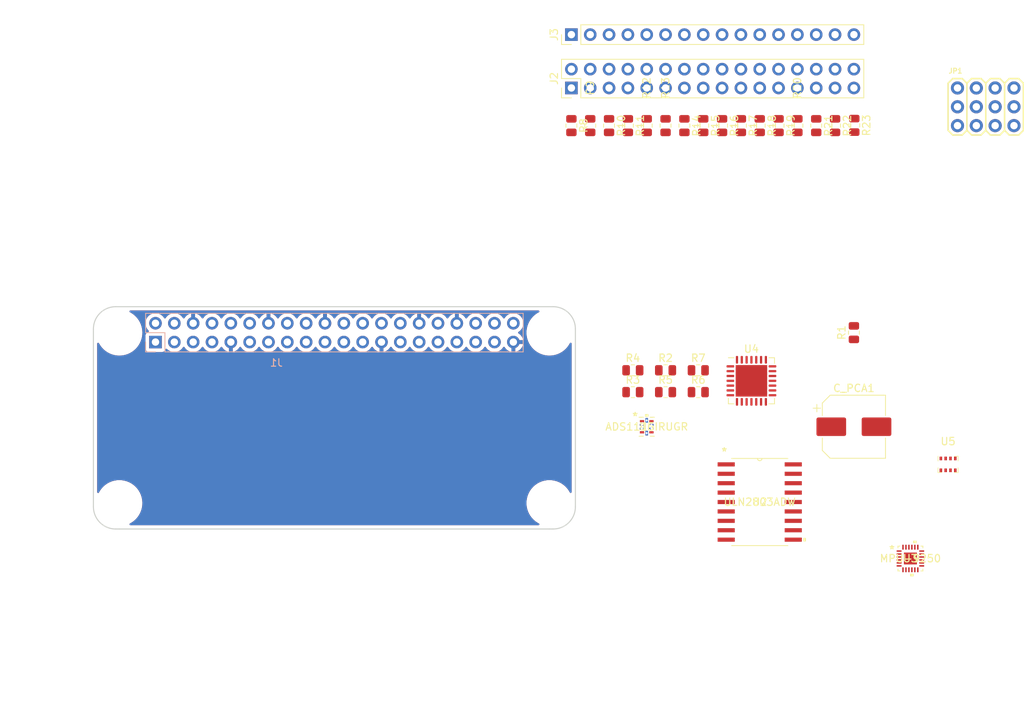
<source format=kicad_pcb>
(kicad_pcb (version 20211014) (generator pcbnew)
  (title_block (title "ArduPi") (date "2022-05-31") (rev "0.1") (comment 1 "This is based of OPAL reference design"))
  (layers (0 "F.Cu" signal) (31 "B.Cu" signal) (34 "B.Paste" user) (35 "F.Paste" user) (36 "B.SilkS" user "B.Silkscreen") (37 "F.SilkS" user "F.Silkscreen") (38 "B.Mask" user) (39 "F.Mask" user) (44 "Edge.Cuts" user))
  (net 0 "")
  (net 1 "+3V3")
  (net 2 "+5V")
  (net 3 "GND")
  (net 4 "/GPIO4_GPIO_GCLK")
  (net 5 "/GPIO14_TXD0")
  (net 6 "/GPIO15_RXD0")
  (net 7 "/GPIO17_GEN0")
  (net 8 "/GPIO18_GEN1")
  (net 9 "/GPIO27_GEN2")
  (net 10 "/GPIO22_GEN3")
  (net 11 "/GPIO23_GEN4")
  (net 12 "/GPIO24_GEN5")
  (net 13 "/GPIO10_SPI_MOSI")
  (net 14 "/GPIO9_SPI_MISO")
  (net 15 "/GPIO25_GEN6")
  (net 16 "/GPIO11_SPI_SCLK")
  (net 17 "/GPIO8_SPI_CE0_N")
  (net 18 "/GPIO7_SPI_CE1_N")
  (net 19 "/ID_SD")
  (net 20 "/ID_SC")
  (net 21 "/GPIO5")
  (net 22 "/GPIO6")
  (net 23 "/GPIO12")
  (net 24 "/GPIO13")
  (net 25 "/GPIO19")
  (net 26 "/GPIO16")
  (net 27 "/GPIO26")
  (net 28 "/GPIO20")
  (net 29 "/GPIO21")
  (net 48 "Net-(U3-Pad1)")
  (net 55 "Net-(U3-Pad18)")
  (net 61 "Net-(U4-Pad1)")
  (net 77 "/SDA1")
  (net 78 "/SCL1")
  (net 79 "/PWM1")
  (net 80 "Net-(U4-Pad3)")
  (net 81 "/PWM2")
  (net 82 "Net-(U4-Pad4)")
  (net 83 "/PWM3")
  (net 84 "Net-(U4-Pad5)")
  (net 85 "/PWM4")
  (net 86 "Net-(U4-Pad6)")
  (net 87 "/PWM5")
  (net 88 "Net-(U4-Pad7)")
  (net 89 "/PWM6")
  (net 90 "Net-(U4-Pad8)")
  (net 91 "/PWM7")
  (net 92 "Net-(U4-Pad9)")
  (net 93 "/PWM8")
  (net 94 "Net-(U4-Pad10)")
  (net 95 "/PWM9")
  (net 96 "Net-(U4-Pad12)")
  (net 97 "/PWM10")
  (net 98 "Net-(U4-Pad13)")
  (net 99 "/PWM11")
  (net 100 "Net-(U4-Pad14)")
  (net 101 "/PWM12")
  (net 102 "Net-(U4-Pad15)")
  (net 103 "/PWM13")
  (net 104 "Net-(U4-Pad16)")
  (net 105 "/PWM14")
  (net 106 "Net-(U4-Pad17)")
  (net 107 "/PWM15")
  (net 108 "Net-(U4-Pad18)")
  (net 109 "/PWM16")
  (net 110 "Net-(U4-Pad19)")
  (net 111 "Net-(R1-Pad1)")
  (net 112 "Net-(R2-Pad1)")
  (net 113 "Net-(R3-Pad1)")
  (net 114 "Net-(R4-Pad1)")
  (net 115 "Net-(R6-Pad1)")
  (net 116 "Net-(R7-Pad1)")
  (net 117 "/+V_SRVO")
  (net 118 "Net-(J3-Pad1)")
  (net 119 "Net-(J2-Pad15)")
  (footprint "lib:MountingHole_2.7mm_M2.5_uHAT_RPi" (layer "F.Cu") (at 121.032 94.568)
    (fp_text reference "H1" hide)
    (fp_text value "MountingHole" hide)
    (pad "" np_thru_hole circle locked (at 0 0) (size 2.7 2.7) (drill 2.7) (layers *.Cu *.Mask) (clearance 1.75))
  )
  (footprint "lib:MountingHole_2.7mm_M2.5_uHAT_RPi" (layer "F.Cu") (at 179.032 94.568)
    (fp_text reference "H2" hide)
    (fp_text value "MountingHole" hide)
    (pad "" np_thru_hole circle locked (at 0 0) (size 2.7 2.7) (drill 2.7) (layers *.Cu *.Mask) (clearance 1.75))
  )
  (footprint "lib:MountingHole_2.7mm_M2.5_uHAT_RPi" (layer "F.Cu") (at 179.032 117.568)
    (fp_text reference "H3" hide)
    (fp_text value "MountingHole" hide)
    (pad "" np_thru_hole circle locked (at 0 0) (size 2.7 2.7) (drill 2.7) (layers *.Cu *.Mask) (clearance 1.75))
  )
  (footprint "lib:MountingHole_2.7mm_M2.5_uHAT_RPi" (layer "F.Cu") (at 121.032 117.568)
    (fp_text reference "H4" hide)
    (fp_text value "MountingHole" hide)
    (pad "" np_thru_hole circle locked (at 0 0) (size 2.7 2.7) (drill 2.7) (layers *.Cu *.Mask) (clearance 1.75))
  )
  (footprint "Resistor_SMD:R_0805_2012Metric" (layer "F.Cu") (at 189.612 66.628 -90)
    (fp_text reference "R11" (at 0 -1.65 90) (layer "F.SilkS"))
    (fp_text value "220 Ω")
    (pad "1" smd roundrect (at -0.9125 0 270) (size 1.025 1.4) (layers "F.Cu" "F.Paste" "F.Mask") (roundrect_rratio 0.243902) (net 85 "/PWM4"))
    (pad "2" smd roundrect (at 0.9125 0 270) (size 1.025 1.4) (layers "F.Cu" "F.Paste" "F.Mask") (roundrect_rratio 0.243902) (net 86 "Net-(U4-Pad6)"))
  )
  (footprint "Resistor_SMD:R_0805_2012Metric" (layer "F.Cu") (at 212.472 66.628 -90)
    (fp_text reference "R20" (at -5.08 0 90) (layer "F.SilkS"))
    (fp_text value "220 Ω")
    (pad "1" smd roundrect (at -0.9125 0 270) (size 1.025 1.4) (layers "F.Cu" "F.Paste" "F.Mask") (roundrect_rratio 0.243902) (net 103 "/PWM13"))
    (pad "2" smd roundrect (at 0.9125 0 270) (size 1.025 1.4) (layers "F.Cu" "F.Paste" "F.Mask") (roundrect_rratio 0.243902) (net 104 "Net-(U4-Pad16)"))
  )
  (footprint "mpu9250:mpu9250" (layer "F.Cu") (at 227.712 125.048)
    (fp_text reference "U3" (at 0 0) (layer "F.SilkS"))
    (fp_text value "MPU-9250" (at 0 0) (layer "F.SilkS"))
    (fp_text user "*" (at -2.4892 -1.2) (layer "F.SilkS"))
    (fp_text user "*" (at -2.4892 -1.2) (layer "F.SilkS"))
    (pad "1" smd rect locked (at -1.524 -1.000001 90) (size 0.2032 0.6604) (layers "F.Cu" "F.Paste" "F.Mask") (net 48 "Net-(U3-Pad1)"))
    (pad "2" smd rect locked (at -1.524 -0.599999 90) (size 0.2032 0.6604) (layers "F.Cu" "F.Paste" "F.Mask"))
    (pad "3" smd rect locked (at -1.524 -0.2 90) (size 0.2032 0.6604) (layers "F.Cu" "F.Paste" "F.Mask"))
    (pad "4" smd rect locked (at -1.524 0.2 90) (size 0.2032 0.6604) (layers "F.Cu" "F.Paste" "F.Mask"))
    (pad "5" smd rect locked (at -1.524 0.599999 90) (size 0.2032 0.6604) (layers "F.Cu" "F.Paste" "F.Mask"))
    (pad "6" smd rect locked (at -1.524 1.000001 90) (size 0.2032 0.6604) (layers "F.Cu" "F.Paste" "F.Mask"))
    (pad "7" smd rect locked (at -1.000001 1.524) (size 0.2032 0.6604) (layers "F.Cu" "F.Paste" "F.Mask"))
    (pad "8" smd rect locked (at -0.599999 1.524) (size 0.2032 0.6604) (layers "F.Cu" "F.Paste" "F.Mask") (net 48 "Net-(U3-Pad1)"))
    (pad "9" smd rect locked (at -0.2 1.524) (size 0.2032 0.6604) (layers "F.Cu" "F.Paste" "F.Mask"))
    (pad "10" smd rect locked (at 0.2 1.524) (size 0.2032 0.6604) (layers "F.Cu" "F.Paste" "F.Mask"))
    (pad "11" smd rect locked (at 0.599999 1.524) (size 0.2032 0.6604) (layers "F.Cu" "F.Paste" "F.Mask"))
    (pad "12" smd rect locked (at 1.000001 1.524) (size 0.2032 0.6604) (layers "F.Cu" "F.Paste" "F.Mask"))
    (pad "13" smd rect locked (at 1.524 1.000001 90) (size 0.2032 0.6604) (layers "F.Cu" "F.Paste" "F.Mask"))
    (pad "14" smd rect locked (at 1.524 0.599999 90) (size 0.2032 0.6604) (layers "F.Cu" "F.Paste" "F.Mask"))
    (pad "15" smd rect locked (at 1.524 0.2 90) (size 0.2032 0.6604) (layers "F.Cu" "F.Paste" "F.Mask"))
    (pad "16" smd rect locked (at 1.524 -0.2 90) (size 0.2032 0.6604) (layers "F.Cu" "F.Paste" "F.Mask"))
    (pad "17" smd rect locked (at 1.524 -0.599999 90) (size 0.2032 0.6604) (layers "F.Cu" "F.Paste" "F.Mask"))
    (pad "18" smd rect locked (at 1.524 -1.000001 90) (size 0.2032 0.6604) (layers "F.Cu" "F.Paste" "F.Mask") (net 55 "Net-(U3-Pad18)"))
    (pad "19" smd rect locked (at 1.000001 -1.524) (size 0.2032 0.6604) (layers "F.Cu" "F.Paste" "F.Mask"))
    (pad "20" smd rect locked (at 0.599999 -1.524) (size 0.2032 0.6604) (layers "F.Cu" "F.Paste" "F.Mask") (net 55 "Net-(U3-Pad18)"))
    (pad "21" smd rect locked (at 0.2 -1.524) (size 0.2032 0.6604) (layers "F.Cu" "F.Paste" "F.Mask"))
    (pad "22" smd rect locked (at -0.2 -1.524) (size 0.2032 0.6604) (layers "F.Cu" "F.Paste" "F.Mask"))
    (pad "23" smd rect locked (at -0.599999 -1.524) (size 0.2032 0.6604) (layers "F.Cu" "F.Paste" "F.Mask"))
    (pad "24" smd rect locked (at -1.000001 -1.524) (size 0.2032 0.6604) (layers "F.Cu" "F.Paste" "F.Mask"))
    (pad "25" smd rect locked (at 0 0) (size 1.7526 1.6002) (layers "F.Cu" "F.Paste" "F.Mask"))
  )
  (footprint "uln2803ADW:ULN2803ADW" (layer "F.Cu") (at 207.392 117.428)
    (fp_text reference "U2" (at 0 0) (layer "F.SilkS"))
    (fp_text value "ULN2803ADW" (at 0 0) (layer "F.SilkS"))
    (fp_text user "*" (at -4.7752 -6.7818) (layer "F.SilkS"))
    (fp_text user "*" (at -4.7752 -6.7818) (layer "F.SilkS"))
    (pad "1" smd rect locked (at -4.5212 -5.08) (size 2.3114 0.5588) (layers "F.Cu" "F.Paste" "F.Mask"))
    (pad "2" smd rect locked (at -4.5212 -3.81) (size 2.3114 0.5588) (layers "F.Cu" "F.Paste" "F.Mask"))
    (pad "3" smd rect locked (at -4.5212 -2.54) (size 2.3114 0.5588) (layers "F.Cu" "F.Paste" "F.Mask"))
    (pad "4" smd rect locked (at -4.5212 -1.27) (size 2.3114 0.5588) (layers "F.Cu" "F.Paste" "F.Mask"))
    (pad "5" smd rect locked (at -4.5212 0) (size 2.3114 0.5588) (layers "F.Cu" "F.Paste" "F.Mask"))
    (pad "6" smd rect locked (at -4.5212 1.27) (size 2.3114 0.5588) (layers "F.Cu" "F.Paste" "F.Mask"))
    (pad "7" smd rect locked (at -4.5212 2.54) (size 2.3114 0.5588) (layers "F.Cu" "F.Paste" "F.Mask"))
    (pad "8" smd rect locked (at -4.5212 3.81) (size 2.3114 0.5588) (layers "F.Cu" "F.Paste" "F.Mask"))
    (pad "9" smd rect locked (at -4.5212 5.08) (size 2.3114 0.5588) (layers "F.Cu" "F.Paste" "F.Mask"))
    (pad "10" smd rect locked (at 4.5212 5.08) (size 2.3114 0.5588) (layers "F.Cu" "F.Paste" "F.Mask"))
    (pad "11" smd rect locked (at 4.5212 3.81) (size 2.3114 0.5588) (layers "F.Cu" "F.Paste" "F.Mask"))
    (pad "12" smd rect locked (at 4.5212 2.54) (size 2.3114 0.5588) (layers "F.Cu" "F.Paste" "F.Mask"))
    (pad "13" smd rect locked (at 4.5212 1.27) (size 2.3114 0.5588) (layers "F.Cu" "F.Paste" "F.Mask"))
    (pad "14" smd rect locked (at 4.5212 0) (size 2.3114 0.5588) (layers "F.Cu" "F.Paste" "F.Mask"))
    (pad "15" smd rect locked (at 4.5212 -1.27) (size 2.3114 0.5588) (layers "F.Cu" "F.Paste" "F.Mask"))
    (pad "16" smd rect locked (at 4.5212 -2.54) (size 2.3114 0.5588) (layers "F.Cu" "F.Paste" "F.Mask"))
    (pad "17" smd rect locked (at 4.5212 -3.81) (size 2.3114 0.5588) (layers "F.Cu" "F.Paste" "F.Mask"))
    (pad "18" smd rect locked (at 4.5212 -5.08) (size 2.3114 0.5588) (layers "F.Cu" "F.Paste" "F.Mask"))
  )
  (footprint "Resistor_SMD:R_0805_2012Metric" (layer "F.Cu") (at 207.392 66.628 -90)
    (fp_text reference "R18" (at 0 -1.65 90) (layer "F.SilkS"))
    (fp_text value "220 Ω")
    (pad "1" smd roundrect (at -0.9125 0 270) (size 1.025 1.4) (layers "F.Cu" "F.Paste" "F.Mask") (roundrect_rratio 0.243902) (net 99 "/PWM11"))
    (pad "2" smd roundrect (at 0.9125 0 270) (size 1.025 1.4) (layers "F.Cu" "F.Paste" "F.Mask") (roundrect_rratio 0.243902) (net 100 "Net-(U4-Pad14)"))
  )
  (footprint "Resistor_SMD:R_0805_2012Metric" (layer "F.Cu") (at 187.072 66.628 -90)
    (fp_text reference "R10" (at 0 -1.65 90) (layer "F.SilkS"))
    (fp_text value "220 Ω")
    (pad "1" smd roundrect (at -0.9125 0 270) (size 1.025 1.4) (layers "F.Cu" "F.Paste" "F.Mask") (roundrect_rratio 0.243902) (net 83 "/PWM3"))
    (pad "2" smd roundrect (at 0.9125 0 270) (size 1.025 1.4) (layers "F.Cu" "F.Paste" "F.Mask") (roundrect_rratio 0.243902) (net 84 "Net-(U4-Pad5)"))
  )
  (footprint "Resistor_SMD:R_0805_2012Metric" (layer "F.Cu") (at 199.772 66.628 -90)
    (fp_text reference "R15" (at 0 -1.65 90) (layer "F.SilkS"))
    (fp_text value "220 Ω")
    (pad "1" smd roundrect (at -0.9125 0 270) (size 1.025 1.4) (layers "F.Cu" "F.Paste" "F.Mask") (roundrect_rratio 0.243902) (net 93 "/PWM8"))
    (pad "2" smd roundrect (at 0.9125 0 270) (size 1.025 1.4) (layers "F.Cu" "F.Paste" "F.Mask") (roundrect_rratio 0.243902) (net 94 "Net-(U4-Pad10)"))
  )
  (footprint "Resistor_SMD:R_0805_2012Metric" (layer "F.Cu") (at 184.532 66.628 -90)
    (fp_text reference "R9" (at -5.08 0 90) (layer "F.SilkS"))
    (fp_text value "220 Ω")
    (pad "1" smd roundrect (at -0.9125 0 270) (size 1.025 1.4) (layers "F.Cu" "F.Paste" "F.Mask") (roundrect_rratio 0.243902) (net 81 "/PWM2"))
    (pad "2" smd roundrect (at 0.9125 0 270) (size 1.025 1.4) (layers "F.Cu" "F.Paste" "F.Mask") (roundrect_rratio 0.243902) (net 82 "Net-(U4-Pad4)"))
  )
  (footprint "Adafruit PCA9685 rev C:3X04" (layer "F.Cu") (at 237.872 64.088)
    (fp_text reference "JP1" (at -5.08 -4.445) (layer "F.SilkS") (effects (font (size 0.666496 0.666496) (thickness 0.146304)) (justify left bottom)))
    (fp_text value "HEADER-3X04")
    (pad "1" thru_hole circle (at -3.81 2.54) (size 1.778 1.778) (drill 1) (layers *.Cu *.Mask) (net 79 "/PWM1"))
    (pad "2" thru_hole circle (at -3.81 0) (size 1.778 1.778) (drill 1) (layers *.Cu *.Mask) (net 117 "/+V_SRVO"))
    (pad "3" thru_hole circle (at -3.81 -2.54) (size 1.778 1.778) (drill 1) (layers *.Cu *.Mask) (net 3 "GND"))
    (pad "4" thru_hole circle (at -1.27 2.54) (size 1.778 1.778) (drill 1) (layers *.Cu *.Mask) (net 81 "/PWM2"))
    (pad "5" thru_hole circle (at -1.27 0) (size 1.778 1.778) (drill 1) (layers *.Cu *.Mask) (net 117 "/+V_SRVO"))
    (pad "6" thru_hole circle (at -1.27 -2.54) (size 1.778 1.778) (drill 1) (layers *.Cu *.Mask) (net 3 "GND"))
    (pad "7" thru_hole circle (at 1.27 2.54) (size 1.778 1.778) (drill 1) (layers *.Cu *.Mask) (net 83 "/PWM3"))
    (pad "8" thru_hole circle (at 1.27 0) (size 1.778 1.778) (drill 1) (layers *.Cu *.Mask) (net 117 "/+V_SRVO"))
    (pad "9" thru_hole circle (at 1.27 -2.54) (size 1.778 1.778) (drill 1) (layers *.Cu *.Mask) (net 3 "GND"))
    (pad "10" thru_hole circle (at 3.81 2.54) (size 1.778 1.778) (drill 1) (layers *.Cu *.Mask) (net 85 "/PWM4"))
    (pad "11" thru_hole circle (at 3.81 0) (size 1.778 1.778) (drill 1) (layers *.Cu *.Mask) (net 117 "/+V_SRVO"))
    (pad "12" thru_hole circle (at 3.81 -2.54) (size 1.778 1.778) (drill 1) (layers *.Cu *.Mask) (net 3 "GND"))
  )
  (footprint "Capacitor_SMD:CP_Elec_8x5.4" (layer "F.Cu") (at 220.092 107.268)
    (fp_text reference "C_PCA1" (at 0 -5.2) (layer "F.SilkS"))
    (fp_text value "10uF")
    (pad "1" smd roundrect (at -3.05 0) (size 4 2.5) (layers "F.Cu" "F.Paste" "F.Mask") (roundrect_rratio 0.1) (net 2 "+5V"))
    (pad "2" smd roundrect (at 3.05 0) (size 4 2.5) (layers "F.Cu" "F.Paste" "F.Mask") (roundrect_rratio 0.1) (net 3 "GND"))
  )
  (footprint "Resistor_SMD:R_0805_2012Metric" (layer "F.Cu") (at 215.012 66.628 -90)
    (fp_text reference "R21" (at 0 -1.65 90) (layer "F.SilkS"))
    (fp_text value "220 Ω")
    (pad "1" smd roundrect (at -0.9125 0 270) (size 1.025 1.4) (layers "F.Cu" "F.Paste" "F.Mask") (roundrect_rratio 0.243902) (net 105 "/PWM14"))
    (pad "2" smd roundrect (at 0.9125 0 270) (size 1.025 1.4) (layers "F.Cu" "F.Paste" "F.Mask") (roundrect_rratio 0.243902) (net 106 "Net-(U4-Pad17)"))
  )
  (footprint "Resistor_SMD:R_0805_2012Metric" (layer "F.Cu") (at 217.552 66.628 -90)
    (fp_text reference "R22" (at 0 -1.65 90) (layer "F.SilkS"))
    (fp_text value "220 Ω")
    (pad "1" smd roundrect (at -0.9125 0 270) (size 1.025 1.4) (layers "F.Cu" "F.Paste" "F.Mask") (roundrect_rratio 0.243902) (net 107 "/PWM15"))
    (pad "2" smd roundrect (at 0.9125 0 270) (size 1.025 1.4) (layers "F.Cu" "F.Paste" "F.Mask") (roundrect_rratio 0.243902) (net 108 "Net-(U4-Pad18)"))
  )
  (footprint "Resistor_SMD:R_0805_2012Metric" (layer "F.Cu") (at 204.852 66.628 -90)
    (fp_text reference "R17" (at 0 -1.65 90) (layer "F.SilkS"))
    (fp_text value "220 Ω")
    (pad "1" smd roundrect (at -0.9125 0 270) (size 1.025 1.4) (layers "F.Cu" "F.Paste" "F.Mask") (roundrect_rratio 0.243902) (net 97 "/PWM10"))
    (pad "2" smd roundrect (at 0.9125 0 270) (size 1.025 1.4) (layers "F.Cu" "F.Paste" "F.Mask") (roundrect_rratio 0.243902) (net 98 "Net-(U4-Pad13)"))
  )
  (footprint "Resistor_SMD:R_0805_2012Metric" (layer "F.Cu") (at 192.152 66.628 -90)
    (fp_text reference "R12" (at -5.08 0 90) (layer "F.SilkS"))
    (fp_text value "220 Ω")
    (pad "1" smd roundrect (at -0.9125 0 270) (size 1.025 1.4) (layers "F.Cu" "F.Paste" "F.Mask") (roundrect_rratio 0.243902) (net 87 "/PWM5"))
    (pad "2" smd roundrect (at 0.9125 0 270) (size 1.025 1.4) (layers "F.Cu" "F.Paste" "F.Mask") (roundrect_rratio 0.243902) (net 88 "Net-(U4-Pad7)"))
  )
  (footprint "Resistor_SMD:R_0805_2012Metric" (layer "F.Cu") (at 190.282 99.648)
    (fp_text reference "R4" (at 0 -1.65) (layer "F.SilkS"))
    (fp_text value "0 Ohm")
    (pad "1" smd roundrect (at -0.9125 0) (size 1.025 1.4) (layers "F.Cu" "F.Paste" "F.Mask") (roundrect_rratio 0.243902) (net 114 "Net-(R4-Pad1)"))
    (pad "2" smd roundrect (at 0.9125 0) (size 1.025 1.4) (layers "F.Cu" "F.Paste" "F.Mask") (roundrect_rratio 0.243902) (net 3 "GND"))
  )
  (footprint "Resistor_SMD:R_0805_2012Metric" (layer "F.Cu") (at 194.692 102.598)
    (fp_text reference "R5" (at 0 -1.65) (layer "F.SilkS"))
    (fp_text value "0 Ohm")
    (pad "1" smd roundrect (at -0.9125 0) (size 1.025 1.4) (layers "F.Cu" "F.Paste" "F.Mask") (roundrect_rratio 0.243902) (net 61 "Net-(U4-Pad1)"))
    (pad "2" smd roundrect (at 0.9125 0) (size 1.025 1.4) (layers "F.Cu" "F.Paste" "F.Mask") (roundrect_rratio 0.243902) (net 3 "GND"))
  )
  (footprint "Package_LGA:Bosch_LGA-8_2x2.5mm_P0.65mm_ClockwisePinNumbering" (layer "F.Cu") (at 232.792 112.348)
    (fp_text reference "U5" (at 0 -3.1) (layer "F.SilkS"))
    (fp_text value "BMP280")
    (pad "1" smd rect (at -0.975 -0.8 90) (size 0.5 0.35) (layers "F.Cu" "F.Paste" "F.Mask"))
    (pad "2" smd rect (at -0.325 -0.8 90) (size 0.5 0.35) (layers "F.Cu" "F.Paste" "F.Mask"))
    (pad "3" smd rect (at 0.325 -0.8 90) (size 0.5 0.35) (layers "F.Cu" "F.Paste" "F.Mask"))
    (pad "4" smd rect (at 0.975 -0.8 90) (size 0.5 0.35) (layers "F.Cu" "F.Paste" "F.Mask"))
    (pad "5" smd rect (at 0.975 0.8 90) (size 0.5 0.35) (layers "F.Cu" "F.Paste" "F.Mask"))
    (pad "6" smd rect (at 0.325 0.8 90) (size 0.5 0.35) (layers "F.Cu" "F.Paste" "F.Mask"))
    (pad "7" smd rect (at -0.325 0.8 90) (size 0.5 0.35) (layers "F.Cu" "F.Paste" "F.Mask"))
    (pad "8" smd rect (at -0.975 0.8 90) (size 0.5 0.35) (layers "F.Cu" "F.Paste" "F.Mask"))
  )
  (footprint "Resistor_SMD:R_0805_2012Metric" (layer "F.Cu") (at 202.312 66.628 -90)
    (fp_text reference "R16" (at 0 -1.65 90) (layer "F.SilkS"))
    (fp_text value "220 Ω")
    (pad "1" smd roundrect (at -0.9125 0 270) (size 1.025 1.4) (layers "F.Cu" "F.Paste" "F.Mask") (roundrect_rratio 0.243902) (net 95 "/PWM9"))
    (pad "2" smd roundrect (at 0.9125 0 270) (size 1.025 1.4) (layers "F.Cu" "F.Paste" "F.Mask") (roundrect_rratio 0.243902) (net 96 "Net-(U4-Pad12)"))
  )
  (footprint "Resistor_SMD:R_0805_2012Metric" (layer "F.Cu") (at 199.102 99.648)
    (fp_text reference "R7" (at 0 -1.65) (layer "F.SilkS"))
    (fp_text value "0 Ohm")
    (pad "1" smd roundrect (at -0.9125 0) (size 1.025 1.4) (layers "F.Cu" "F.Paste" "F.Mask") (roundrect_rratio 0.243902) (net 116 "Net-(R7-Pad1)"))
    (pad "2" smd roundrect (at 0.9125 0) (size 1.025 1.4) (layers "F.Cu" "F.Paste" "F.Mask") (roundrect_rratio 0.243902) (net 3 "GND"))
  )
  (footprint "Resistor_SMD:R_0805_2012Metric" (layer "F.Cu") (at 194.692 66.628 -90)
    (fp_text reference "R13" (at -5.08 0 90) (layer "F.SilkS"))
    (fp_text value "220 Ω")
    (pad "1" smd roundrect (at -0.9125 0 270) (size 1.025 1.4) (layers "F.Cu" "F.Paste" "F.Mask") (roundrect_rratio 0.243902) (net 89 "/PWM6"))
    (pad "2" smd roundrect (at 0.9125 0 270) (size 1.025 1.4) (layers "F.Cu" "F.Paste" "F.Mask") (roundrect_rratio 0.243902) (net 90 "Net-(U4-Pad8)"))
  )
  (footprint "Resistor_SMD:R_0805_2012Metric" (layer "F.Cu") (at 209.932 66.628 -90)
    (fp_text reference "R19" (at 0 -1.65 90) (layer "F.SilkS"))
    (fp_text value "220 Ω")
    (pad "1" smd roundrect (at -0.9125 0 270) (size 1.025 1.4) (layers "F.Cu" "F.Paste" "F.Mask") (roundrect_rratio 0.243902) (net 101 "/PWM12"))
    (pad "2" smd roundrect (at 0.9125 0 270) (size 1.025 1.4) (layers "F.Cu" "F.Paste" "F.Mask") (roundrect_rratio 0.243902) (net 102 "Net-(U4-Pad15)"))
  )
  (footprint "Package_DFN_QFN:QFN-28-1EP_6x6mm_P0.65mm_EP4.25x4.25mm" (layer "F.Cu") (at 206.272 101.068)
    (fp_text reference "U4" (at 0 -4.3) (layer "F.SilkS"))
    (fp_text value "PCA9685BS")
    (pad "1" smd roundrect (at -2.8375 -1.95) (size 1.025 0.3) (layers "F.Cu" "F.Paste" "F.Mask") (net 61 "Net-(U4-Pad1)"))
    (pad "2" smd roundrect (at -2.8375 -1.3) (size 1.025 0.3) (layers "F.Cu" "F.Paste" "F.Mask") (net 115 "Net-(R6-Pad1)"))
    (pad "3" smd roundrect (at -2.8375 -0.65) (size 1.025 0.3) (layers "F.Cu" "F.Paste" "F.Mask") (net 80 "Net-(U4-Pad3)"))
    (pad "4" smd roundrect (at -2.8375 0) (size 1.025 0.3) (layers "F.Cu" "F.Paste" "F.Mask") (net 82 "Net-(U4-Pad4)"))
    (pad "5" smd roundrect (at -2.8375 0.65) (size 1.025 0.3) (layers "F.Cu" "F.Paste" "F.Mask") (net 84 "Net-(U4-Pad5)"))
    (pad "6" smd roundrect (at -2.8375 1.3) (size 1.025 0.3) (layers "F.Cu" "F.Paste" "F.Mask") (net 86 "Net-(U4-Pad6)"))
    (pad "7" smd roundrect (at -2.8375 1.95) (size 1.025 0.3) (layers "F.Cu" "F.Paste" "F.Mask") (net 88 "Net-(U4-Pad7)"))
    (pad "8" smd roundrect (at -1.95 2.8375) (size 0.3 1.025) (layers "F.Cu" "F.Paste" "F.Mask") (net 90 "Net-(U4-Pad8)"))
    (pad "9" smd roundrect (at -1.3 2.8375) (size 0.3 1.025) (layers "F.Cu" "F.Paste" "F.Mask") (net 92 "Net-(U4-Pad9)"))
    (pad "10" smd roundrect (at -0.65 2.8375) (size 0.3 1.025) (layers "F.Cu" "F.Paste" "F.Mask") (net 94 "Net-(U4-Pad10)"))
    (pad "11" smd roundrect (at 0 2.8375) (size 0.3 1.025) (layers "F.Cu" "F.Paste" "F.Mask"))
    (pad "12" smd roundrect (at 0.65 2.8375) (size 0.3 1.025) (layers "F.Cu" "F.Paste" "F.Mask") (net 96 "Net-(U4-Pad12)"))
    (pad "13" smd roundrect (at 1.3 2.8375) (size 0.3 1.025) (layers "F.Cu" "F.Paste" "F.Mask") (net 98 "Net-(U4-Pad13)"))
    (pad "14" smd roundrect (at 1.95 2.8375) (size 0.3 1.025) (layers "F.Cu" "F.Paste" "F.Mask") (net 100 "Net-(U4-Pad14)"))
    (pad "15" smd roundrect (at 2.8375 1.95) (size 1.025 0.3) (layers "F.Cu" "F.Paste" "F.Mask") (net 102 "Net-(U4-Pad15)"))
    (pad "16" smd roundrect (at 2.8375 1.3) (size 1.025 0.3) (layers "F.Cu" "F.Paste" "F.Mask") (net 104 "Net-(U4-Pad16)"))
    (pad "17" smd roundrect (at 2.8375 0.65) (size 1.025 0.3) (layers "F.Cu" "F.Paste" "F.Mask") (net 106 "Net-(U4-Pad17)"))
    (pad "18" smd roundrect (at 2.8375 0) (size 1.025 0.3) (layers "F.Cu" "F.Paste" "F.Mask") (net 108 "Net-(U4-Pad18)"))
    (pad "19" smd roundrect (at 2.8375 -0.65) (size 1.025 0.3) (layers "F.Cu" "F.Paste" "F.Mask") (net 110 "Net-(U4-Pad19)"))
    (pad "20" smd roundrect (at 2.8375 -1.3) (size 1.025 0.3) (layers "F.Cu" "F.Paste" "F.Mask") (net 111 "Net-(R1-Pad1)"))
    (pad "21" smd roundrect (at 2.8375 -1.95) (size 1.025 0.3) (layers "F.Cu" "F.Paste" "F.Mask") (net 116 "Net-(R7-Pad1)"))
    (pad "22" smd roundrect (at 1.95 -2.8375) (size 0.3 1.025) (layers "F.Cu" "F.Paste" "F.Mask") (net 3 "GND"))
    (pad "23" smd roundrect (at 1.3 -2.8375) (size 0.3 1.025) (layers "F.Cu" "F.Paste" "F.Mask") (net 77 "/SDA1"))
    (pad "24" smd roundrect (at 0.65 -2.8375) (size 0.3 1.025) (layers "F.Cu" "F.Paste" "F.Mask") (net 78 "/SCL1"))
    (pad "25" smd roundrect (at 0 -2.8375) (size 0.3 1.025) (layers "F.Cu" "F.Paste" "F.Mask") (net 2 "+5V"))
    (pad "26" smd roundrect (at -0.65 -2.8375) (size 0.3 1.025) (layers "F.Cu" "F.Paste" "F.Mask") (net 112 "Net-(R2-Pad1)"))
    (pad "27" smd roundrect (at -1.3 -2.8375) (size 0.3 1.025) (layers "F.Cu" "F.Paste" "F.Mask") (net 113 "Net-(R3-Pad1)"))
    (pad "28" smd roundrect (at -1.95 -2.8375) (size 0.3 1.025) (layers "F.Cu" "F.Paste" "F.Mask") (net 114 "Net-(R4-Pad1)"))
    (pad "29" smd rect (at 0 0) (size 4.25 4.25) (layers "F.Cu" "F.Mask"))
  )
  (footprint "Connector_PinHeader_2.54mm:PinHeader_1x16_P2.54mm_Vertical" (layer "F.Cu") (at 181.992 54.348 90)
    (fp_text reference "J3" (at 0 -2.33 90) (layer "F.SilkS"))
    (fp_text value "Conn_01x16")
    (pad "1" thru_hole rect (at 0 0 90) (size 1.7 1.7) (drill 1) (layers *.Cu *.Mask) (net 118 "Net-(J3-Pad1)"))
    (pad "2" thru_hole oval (at 0 2.54 90) (size 1.7 1.7) (drill 1) (layers *.Cu *.Mask) (net 118 "Net-(J3-Pad1)"))
    (pad "3" thru_hole oval (at 0 5.08 90) (size 1.7 1.7) (drill 1) (layers *.Cu *.Mask) (net 118 "Net-(J3-Pad1)"))
    (pad "4" thru_hole oval (at 0 7.62 90) (size 1.7 1.7) (drill 1) (layers *.Cu *.Mask) (net 118 "Net-(J3-Pad1)"))
    (pad "5" thru_hole oval (at 0 10.16 90) (size 1.7 1.7) (drill 1) (layers *.Cu *.Mask) (net 118 "Net-(J3-Pad1)"))
    (pad "6" thru_hole oval (at 0 12.7 90) (size 1.7 1.7) (drill 1) (layers *.Cu *.Mask) (net 118 "Net-(J3-Pad1)"))
    (pad "7" thru_hole oval (at 0 15.24 90) (size 1.7 1.7) (drill 1) (layers *.Cu *.Mask) (net 118 "Net-(J3-Pad1)"))
    (pad "8" thru_hole oval (at 0 17.78 90) (size 1.7 1.7) (drill 1) (layers *.Cu *.Mask) (net 118 "Net-(J3-Pad1)"))
    (pad "9" thru_hole oval (at 0 20.32 90) (size 1.7 1.7) (drill 1) (layers *.Cu *.Mask) (net 118 "Net-(J3-Pad1)"))
    (pad "10" thru_hole oval (at 0 22.86 90) (size 1.7 1.7) (drill 1) (layers *.Cu *.Mask) (net 118 "Net-(J3-Pad1)"))
    (pad "11" thru_hole oval (at 0 25.4 90) (size 1.7 1.7) (drill 1) (layers *.Cu *.Mask) (net 118 "Net-(J3-Pad1)"))
    (pad "12" thru_hole oval (at 0 27.94 90) (size 1.7 1.7) (drill 1) (layers *.Cu *.Mask) (net 118 "Net-(J3-Pad1)"))
    (pad "13" thru_hole oval (at 0 30.48 90) (size 1.7 1.7) (drill 1) (layers *.Cu *.Mask) (net 118 "Net-(J3-Pad1)"))
    (pad "14" thru_hole oval (at 0 33.02 90) (size 1.7 1.7) (drill 1) (layers *.Cu *.Mask) (net 118 "Net-(J3-Pad1)"))
    (pad "15" thru_hole oval (at 0 35.56 90) (size 1.7 1.7) (drill 1) (layers *.Cu *.Mask) (net 118 "Net-(J3-Pad1)"))
    (pad "16" thru_hole oval (at 0 38.1 90) (size 1.7 1.7) (drill 1) (layers *.Cu *.Mask) (net 118 "Net-(J3-Pad1)"))
  )
  (footprint "Connector_PinHeader_2.54mm:PinHeader_2x16_P2.54mm_Vertical" (layer "F.Cu") (at 181.992 61.548 90)
    (fp_text reference "J2" (at 1.27 -2.33 90) (layer "F.SilkS"))
    (fp_text value "Conn_02x16_Top_Bottom")
    (pad "1" thru_hole rect (at 0 0 90) (size 1.7 1.7) (drill 1) (layers *.Cu *.Mask) (net 119 "Net-(J2-Pad15)"))
    (pad "2" thru_hole oval (at 2.54 0 90) (size 1.7 1.7) (drill 1) (layers *.Cu *.Mask) (net 79 "/PWM1"))
    (pad "3" thru_hole oval (at 0 2.54 90) (size 1.7 1.7) (drill 1) (layers *.Cu *.Mask) (net 119 "Net-(J2-Pad15)"))
    (pad "4" thru_hole oval (at 2.54 2.54 90) (size 1.7 1.7) (drill 1) (layers *.Cu *.Mask) (net 81 "/PWM2"))
    (pad "5" thru_hole oval (at 0 5.08 90) (size 1.7 1.7) (drill 1) (layers *.Cu *.Mask) (net 119 "Net-(J2-Pad15)"))
    (pad "6" thru_hole oval (at 2.54 5.08 90) (size 1.7 1.7) (drill 1) (layers *.Cu *.Mask) (net 83 "/PWM3"))
    (pad "7" thru_hole oval (at 0 7.62 90) (size 1.7 1.7) (drill 1) (layers *.Cu *.Mask) (net 119 "Net-(J2-Pad15)"))
    (pad "8" thru_hole oval (at 2.54 7.62 90) (size 1.7 1.7) (drill 1) (layers *.Cu *.Mask) (net 85 "/PWM4"))
    (pad "9" thru_hole oval (at 0 10.16 90) (size 1.7 1.7) (drill 1) (layers *.Cu *.Mask) (net 119 "Net-(J2-Pad15)"))
    (pad "10" thru_hole oval (at 2.54 10.16 90) (size 1.7 1.7) (drill 1) (layers *.Cu *.Mask) (net 87 "/PWM5"))
    (pad "11" thru_hole oval (at 0 12.7 90) (size 1.7 1.7) (drill 1) (layers *.Cu *.Mask) (net 119 "Net-(J2-Pad15)"))
    (pad "12" thru_hole oval (at 2.54 12.7 90) (size 1.7 1.7) (drill 1) (layers *.Cu *.Mask) (net 89 "/PWM6"))
    (pad "13" thru_hole oval (at 0 15.24 90) (size 1.7 1.7) (drill 1) (layers *.Cu *.Mask) (net 119 "Net-(J2-Pad15)"))
    (pad "14" thru_hole oval (at 2.54 15.24 90) (size 1.7 1.7) (drill 1) (layers *.Cu *.Mask) (net 91 "/PWM7"))
    (pad "15" thru_hole oval (at 0 17.78 90) (size 1.7 1.7) (drill 1) (layers *.Cu *.Mask) (net 119 "Net-(J2-Pad15)"))
    (pad "16" thru_hole oval (at 2.54 17.78 90) (size 1.7 1.7) (drill 1) (layers *.Cu *.Mask) (net 93 "/PWM8"))
    (pad "17" thru_hole oval (at 0 20.32 90) (size 1.7 1.7) (drill 1) (layers *.Cu *.Mask) (net 119 "Net-(J2-Pad15)"))
    (pad "18" thru_hole oval (at 2.54 20.32 90) (size 1.7 1.7) (drill 1) (layers *.Cu *.Mask) (net 95 "/PWM9"))
    (pad "19" thru_hole oval (at 0 22.86 90) (size 1.7 1.7) (drill 1) (layers *.Cu *.Mask) (net 119 "Net-(J2-Pad15)"))
    (pad "20" thru_hole oval (at 2.54 22.86 90) (size 1.7 1.7) (drill 1) (layers *.Cu *.Mask) (net 97 "/PWM10"))
    (pad "21" thru_hole oval (at 0 25.4 90) (size 1.7 1.7) (drill 1) (layers *.Cu *.Mask) (net 119 "Net-(J2-Pad15)"))
    (pad "22" thru_hole oval (at 2.54 25.4 90) (size 1.7 1.7) (drill 1) (layers *.Cu *.Mask) (net 99 "/PWM11"))
    (pad "23" thru_hole oval (at 0 27.94 90) (size 1.7 1.7) (drill 1) (layers *.Cu *.Mask) (net 119 "Net-(J2-Pad15)"))
    (pad "24" thru_hole oval (at 2.54 27.94 90) (size 1.7 1.7) (drill 1) (layers *.Cu *.Mask) (net 101 "/PWM12"))
    (pad "25" thru_hole oval (at 0 30.48 90) (size 1.7 1.7) (drill 1) (layers *.Cu *.Mask) (net 119 "Net-(J2-Pad15)"))
    (pad "26" thru_hole oval (at 2.54 30.48 90) (size 1.7 1.7) (drill 1) (layers *.Cu *.Mask) (net 103 "/PWM13"))
    (pad "27" thru_hole oval (at 0 33.02 90) (size 1.7 1.7) (drill 1) (layers *.Cu *.Mask) (net 119 "Net-(J2-Pad15)"))
    (pad "28" thru_hole oval (at 2.54 33.02 90) (size 1.7 1.7) (drill 1) (layers *.Cu *.Mask) (net 105 "/PWM14"))
    (pad "29" thru_hole oval (at 0 35.56 90) (size 1.7 1.7) (drill 1) (layers *.Cu *.Mask) (net 119 "Net-(J2-Pad15)"))
    (pad "30" thru_hole oval (at 2.54 35.56 90) (size 1.7 1.7) (drill 1) (layers *.Cu *.Mask) (net 107 "/PWM15"))
    (pad "31" thru_hole oval (at 0 38.1 90) (size 1.7 1.7) (drill 1) (layers *.Cu *.Mask) (net 119 "Net-(J2-Pad15)"))
    (pad "32" thru_hole oval (at 2.54 38.1 90) (size 1.7 1.7) (drill 1) (layers *.Cu *.Mask) (net 109 "/PWM16"))
  )
  (footprint "Resistor_SMD:R_0805_2012Metric" (layer "F.Cu") (at 197.232 66.628 -90)
    (fp_text reference "R14" (at 0 -1.65 90) (layer "F.SilkS"))
    (fp_text value "220 Ω")
    (pad "1" smd roundrect (at -0.9125 0 270) (size 1.025 1.4) (layers "F.Cu" "F.Paste" "F.Mask") (roundrect_rratio 0.243902) (net 91 "/PWM7"))
    (pad "2" smd roundrect (at 0.9125 0 270) (size 1.025 1.4) (layers "F.Cu" "F.Paste" "F.Mask") (roundrect_rratio 0.243902) (net 92 "Net-(U4-Pad9)"))
  )
  (footprint "Resistor_SMD:R_0805_2012Metric" (layer "F.Cu") (at 220.092 94.568 90)
    (fp_text reference "R1" (at 0 -1.65 90) (layer "F.SilkS"))
    (fp_text value "10K")
    (pad "1" smd roundrect (at -0.9125 0 90) (size 1.025 1.4) (layers "F.Cu" "F.Paste" "F.Mask") (roundrect_rratio 0.243902) (net 111 "Net-(R1-Pad1)"))
    (pad "2" smd roundrect (at 0.9125 0 90) (size 1.025 1.4) (layers "F.Cu" "F.Paste" "F.Mask") (roundrect_rratio 0.243902) (net 3 "GND"))
  )
  (footprint "Resistor_SMD:R_0805_2012Metric" (layer "F.Cu") (at 220.145085 66.591461 -90)
    (fp_text reference "R23" (at 0 -1.65 90) (layer "F.SilkS"))
    (fp_text value "220 Ω")
    (pad "1" smd roundrect (at -0.9125 0 270) (size 1.025 1.4) (layers "F.Cu" "F.Paste" "F.Mask") (roundrect_rratio 0.243902) (net 109 "/PWM16"))
    (pad "2" smd roundrect (at 0.9125 0 270) (size 1.025 1.4) (layers "F.Cu" "F.Paste" "F.Mask") (roundrect_rratio 0.243902) (net 110 "Net-(U4-Pad19)"))
  )
  (footprint "ADS1115IRUGR:ADS1115IRUGR" (layer "F.Cu") (at 192.152 107.268)
    (fp_text reference "U6" (at 0 0) (layer "F.SilkS"))
    (fp_text value "ADS1115IRUGR" (at 0 0) (layer "F.SilkS"))
    (fp_text user "*" (at -1.56 -1.381) (layer "F.SilkS"))
    (fp_text user "*" (at -1.56 -1.381) (layer "F.SilkS"))
    (pad "" np_thru_hole rect locked (at -0.635 0.25 90) (size 0.249936 0.579882) (drill 0.254) (layers *.Cu *.Mask))
    (pad "" np_thru_hole rect locked (at 0.635 0.25 90) (size 0.249936 0.579882) (drill 0.254) (layers *.Cu *.Mask))
    (pad "" np_thru_hole rect locked (at 0.635 -0.25 90) (size 0.249936 0.579882) (drill 0.254) (layers *.Cu *.Mask))
    (pad "" np_thru_hole rect locked (at -0.635 -0.25 90) (size 0.249936 0.579882) (drill 0.254) (layers *.Cu *.Mask))
    (pad "1" smd rect locked (at -0.635 -0.750001 90) (size 0.3 0.58) (layers "F.Cu" "F.Mask"))
    (pad "4" smd rect locked (at -0.635 0.750001 90) (size 0.3 0.58) (layers "F.Cu" "F.Mask"))
    (pad "5" thru_hole rect locked (at 0 0.860001) (size 0.35 0.63) (drill 0.254) (layers *.Cu *.Mask))
    (pad "6" smd rect locked (at 0.635 0.750001 90) (size 0.3 0.58) (layers "F.Cu" "F.Mask"))
    (pad "9" smd rect locked (at 0.635 -0.750001 90) (size 0.3 0.58) (layers "F.Cu" "F.Mask"))
    (pad "10" thru_hole rect locked (at 0 -0.860001) (size 0.35 0.63) (drill 0.254) (layers *.Cu *.Mask))
  )
  (footprint "Resistor_SMD:R_0805_2012Metric" (layer "F.Cu") (at 190.282 102.598)
    (fp_text reference "R3" (at 0 -1.65) (layer "F.SilkS"))
    (fp_text value "0 Ohm")
    (pad "1" smd roundrect (at -0.9125 0) (size 1.025 1.4) (layers "F.Cu" "F.Paste" "F.Mask") (roundrect_rratio 0.243902) (net 113 "Net-(R3-Pad1)"))
    (pad "2" smd roundrect (at 0.9125 0) (size 1.025 1.4) (layers "F.Cu" "F.Paste" "F.Mask") (roundrect_rratio 0.243902) (net 3 "GND"))
  )
  (footprint "Resistor_SMD:R_0805_2012Metric" (layer "F.Cu") (at 181.992 66.628 -90)
    (fp_text reference "R8" (at 0 -1.65 90) (layer "F.SilkS"))
    (fp_text value "220 Ω")
    (pad "1" smd roundrect (at -0.9125 0 270) (size 1.025 1.4) (layers "F.Cu" "F.Paste" "F.Mask") (roundrect_rratio 0.243902) (net 79 "/PWM1"))
    (pad "2" smd roundrect (at 0.9125 0 270) (size 1.025 1.4) (layers "F.Cu" "F.Paste" "F.Mask") (roundrect_rratio 0.243902) (net 80 "Net-(U4-Pad3)"))
  )
  (footprint "Resistor_SMD:R_0805_2012Metric" (layer "F.Cu") (at 194.692 99.648)
    (fp_text reference "R2" (at 0 -1.65) (layer "F.SilkS"))
    (fp_text value "0 Ohm")
    (pad "1" smd roundrect (at -0.9125 0) (size 1.025 1.4) (layers "F.Cu" "F.Paste" "F.Mask") (roundrect_rratio 0.243902) (net 112 "Net-(R2-Pad1)"))
    (pad "2" smd roundrect (at 0.9125 0) (size 1.025 1.4) (layers "F.Cu" "F.Paste" "F.Mask") (roundrect_rratio 0.243902) (net 3 "GND"))
  )
  (footprint "Resistor_SMD:R_0805_2012Metric" (layer "F.Cu") (at 199.102 102.598)
    (fp_text reference "R6" (at 0 -1.65) (layer "F.SilkS"))
    (fp_text value "0 Ohm")
    (pad "1" smd roundrect (at -0.9125 0) (size 1.025 1.4) (layers "F.Cu" "F.Paste" "F.Mask") (roundrect_rratio 0.243902) (net 115 "Net-(R6-Pad1)"))
    (pad "2" smd roundrect (at 0.9125 0) (size 1.025 1.4) (layers "F.Cu" "F.Paste" "F.Mask") (roundrect_rratio 0.243902) (net 3 "GND"))
  )
  (footprint "lib:PinSocket_2x20_P2.54mm_Vertical_Centered_Anchor" (layer "B.Cu") (at 125.902 95.838 -90)
    (fp_text reference "J1" (at 2.8 -16.3) (layer "B.SilkS") (effects (justify mirror)))
    (fp_text value "GPIO_CONNECTOR")
    (pad "1" thru_hole rect locked (at 0 0 270) (size 1.7 1.7) (drill 1) (layers *.Cu *.Mask) (net 1 "+3V3"))
    (pad "2" thru_hole oval locked (at -2.54 0 270) (size 1.7 1.7) (drill 1) (layers *.Cu *.Mask) (net 2 "+5V"))
    (pad "3" thru_hole oval locked (at 0 -2.54 270) (size 1.7 1.7) (drill 1) (layers *.Cu *.Mask) (net 77 "/SDA1"))
    (pad "4" thru_hole oval locked (at -2.54 -2.54 270) (size 1.7 1.7) (drill 1) (layers *.Cu *.Mask) (net 2 "+5V"))
    (pad "5" thru_hole oval locked (at 0 -5.08 270) (size 1.7 1.7) (drill 1) (layers *.Cu *.Mask) (net 78 "/SCL1"))
    (pad "6" thru_hole oval locked (at -2.54 -5.08 270) (size 1.7 1.7) (drill 1) (layers *.Cu *.Mask) (net 3 "GND"))
    (pad "7" thru_hole oval locked (at 0 -7.62 270) (size 1.7 1.7) (drill 1) (layers *.Cu *.Mask) (net 4 "/GPIO4_GPIO_GCLK"))
    (pad "8" thru_hole oval locked (at -2.54 -7.62 270) (size 1.7 1.7) (drill 1) (layers *.Cu *.Mask) (net 5 "/GPIO14_TXD0"))
    (pad "9" thru_hole oval locked (at 0 -10.16 270) (size 1.7 1.7) (drill 1) (layers *.Cu *.Mask) (net 3 "GND"))
    (pad "10" thru_hole oval locked (at -2.54 -10.16 270) (size 1.7 1.7) (drill 1) (layers *.Cu *.Mask) (net 6 "/GPIO15_RXD0"))
    (pad "11" thru_hole oval locked (at 0 -12.7 270) (size 1.7 1.7) (drill 1) (layers *.Cu *.Mask) (net 7 "/GPIO17_GEN0"))
    (pad "12" thru_hole oval locked (at -2.54 -12.7 270) (size 1.7 1.7) (drill 1) (layers *.Cu *.Mask) (net 8 "/GPIO18_GEN1"))
    (pad "13" thru_hole oval locked (at 0 -15.24 270) (size 1.7 1.7) (drill 1) (layers *.Cu *.Mask) (net 9 "/GPIO27_GEN2"))
    (pad "14" thru_hole oval locked (at -2.54 -15.24 270) (size 1.7 1.7) (drill 1) (layers *.Cu *.Mask) (net 3 "GND"))
    (pad "15" thru_hole oval locked (at 0 -17.78 270) (size 1.7 1.7) (drill 1) (layers *.Cu *.Mask) (net 10 "/GPIO22_GEN3"))
    (pad "16" thru_hole oval locked (at -2.54 -17.78 270) (size 1.7 1.7) (drill 1) (layers *.Cu *.Mask) (net 11 "/GPIO23_GEN4"))
    (pad "17" thru_hole oval locked (at 0 -20.32 270) (size 1.7 1.7) (drill 1) (layers *.Cu *.Mask) (net 1 "+3V3"))
    (pad "18" thru_hole oval locked (at -2.54 -20.32 270) (size 1.7 1.7) (drill 1) (layers *.Cu *.Mask) (net 12 "/GPIO24_GEN5"))
    (pad "19" thru_hole oval locked (at 0 -22.86 270) (size 1.7 1.7) (drill 1) (layers *.Cu *.Mask) (net 13 "/GPIO10_SPI_MOSI"))
    (pad "20" thru_hole oval locked (at -2.54 -22.86 270) (size 1.7 1.7) (drill 1) (layers *.Cu *.Mask) (net 3 "GND"))
    (pad "21" thru_hole oval locked (at 0 -25.4 270) (size 1.7 1.7) (drill 1) (layers *.Cu *.Mask) (net 14 "/GPIO9_SPI_MISO"))
    (pad "22" thru_hole oval locked (at -2.54 -25.4 270) (size 1.7 1.7) (drill 1) (layers *.Cu *.Mask) (net 15 "/GPIO25_GEN6"))
    (pad "23" thru_hole oval locked (at 0 -27.94 270) (size 1.7 1.7) (drill 1) (layers *.Cu *.Mask) (net 16 "/GPIO11_SPI_SCLK"))
    (pad "24" thru_hole oval locked (at -2.54 -27.94 270) (size 1.7 1.7) (drill 1) (layers *.Cu *.Mask) (net 17 "/GPIO8_SPI_CE0_N"))
    (pad "25" thru_hole oval locked (at 0 -30.48 270) (size 1.7 1.7) (drill 1) (layers *.Cu *.Mask) (net 3 "GND"))
    (pad "26" thru_hole oval locked (at -2.54 -30.48 270) (size 1.7 1.7) (drill 1) (layers *.Cu *.Mask) (net 18 "/GPIO7_SPI_CE1_N"))
    (pad "27" thru_hole oval locked (at 0 -33.02 270) (size 1.7 1.7) (drill 1) (layers *.Cu *.Mask) (net 19 "/ID_SD"))
    (pad "28" thru_hole oval locked (at -2.54 -33.02 270) (size 1.7 1.7) (drill 1) (layers *.Cu *.Mask) (net 20 "/ID_SC"))
    (pad "29" thru_hole oval locked (at 0 -35.56 270) (size 1.7 1.7) (drill 1) (layers *.Cu *.Mask) (net 21 "/GPIO5"))
    (pad "30" thru_hole oval locked (at -2.54 -35.56 270) (size 1.7 1.7) (drill 1) (layers *.Cu *.Mask) (net 3 "GND"))
    (pad "31" thru_hole oval locked (at 0 -38.1 270) (size 1.7 1.7) (drill 1) (layers *.Cu *.Mask) (net 22 "/GPIO6"))
    (pad "32" thru_hole oval locked (at -2.54 -38.1 270) (size 1.7 1.7) (drill 1) (layers *.Cu *.Mask) (net 23 "/GPIO12"))
    (pad "33" thru_hole oval locked (at 0 -40.64 270) (size 1.7 1.7) (drill 1) (layers *.Cu *.Mask) (net 24 "/GPIO13"))
    (pad "34" thru_hole oval locked (at -2.54 -40.64 270) (size 1.7 1.7) (drill 1) (layers *.Cu *.Mask) (net 3 "GND"))
    (pad "35" thru_hole oval locked (at 0 -43.18 270) (size 1.7 1.7) (drill 1) (layers *.Cu *.Mask) (net 25 "/GPIO19"))
    (pad "36" thru_hole oval locked (at -2.54 -43.18 270) (size 1.7 1.7) (drill 1) (layers *.Cu *.Mask) (net 26 "/GPIO16"))
    (pad "37" thru_hole oval locked (at 0 -45.72 270) (size 1.7 1.7) (drill 1) (layers *.Cu *.Mask) (net 27 "/GPIO26"))
    (pad "38" thru_hole oval locked (at -2.54 -45.72 270) (size 1.7 1.7) (drill 1) (layers *.Cu *.Mask) (net 28 "/GPIO20"))
    (pad "39" thru_hole oval locked (at 0 -48.26 270) (size 1.7 1.7) (drill 1) (layers *.Cu *.Mask) (net 3 "GND"))
    (pad "40" thru_hole oval locked (at -2.54 -48.26 270) (size 1.7 1.7) (drill 1) (layers *.Cu *.Mask) (net 29 "/GPIO21"))
  )
  (gr_line (start 121.032 121.068) (end 179.032 121.068) (layer "Edge.Cuts") (width 0.15))
  (gr_arc (start 179.532 91.068) (mid 181.65332 91.94668) (end 182.532 94.068) (layer "Edge.Cuts") (width 0.15))
  (gr_arc (start 182.532 118.068) (mid 181.65332 120.18932) (end 179.532 121.068) (layer "Edge.Cuts") (width 0.15))
  (gr_arc (start 120.532 121.068) (mid 118.41068 120.18932) (end 117.532 118.068) (layer "Edge.Cuts") (width 0.15))
  (gr_arc (start 117.532 94.068) (mid 118.41068 91.94668) (end 120.532 91.068) (layer "Edge.Cuts") (width 0.15))
  (gr_line (start 117.532 118.068) (end 117.532 94.068) (layer "Edge.Cuts") (width 0.15))
  (gr_line (start 120.532 91.068) (end 179.532 91.068) (layer "Edge.Cuts") (width 0.15))
  (gr_line (start 182.532 94.068) (end 182.532 118.068) (layer "Edge.Cuts") (width 0.15))
  (gr_line (start 179.032 121.068) (end 179.532 121.068) (layer "Edge.Cuts") (width 0.15))
  (gr_line (start 121.032 121.068) (end 120.532 121.068) (layer "Edge.Cuts") (width 0.15))
  (zone (net 3) (net_name "GND") (layer "F.Cu") (connect_pads (clearance 0.508)) (min_thickness 0.254) (fill yes (thermal_gap 0.508) (thermal_bridge_width 0.508))
    (polygon (pts (xy 115.952 89.488) (xy 115.952 122) (xy 183.516 122) (xy 183.516 89.488)))
  )
  (zone (net 3) (net_name "GND") (layer "B.Cu") (connect_pads (clearance 0.508)) (min_thickness 0.254) (fill yes (thermal_gap 0.508) (thermal_bridge_width 0.508))
    (polygon (pts (xy 115.952 89.488) (xy 115.952 122) (xy 183.516 122) (xy 183.516 89.488)))
  )
)
</source>
